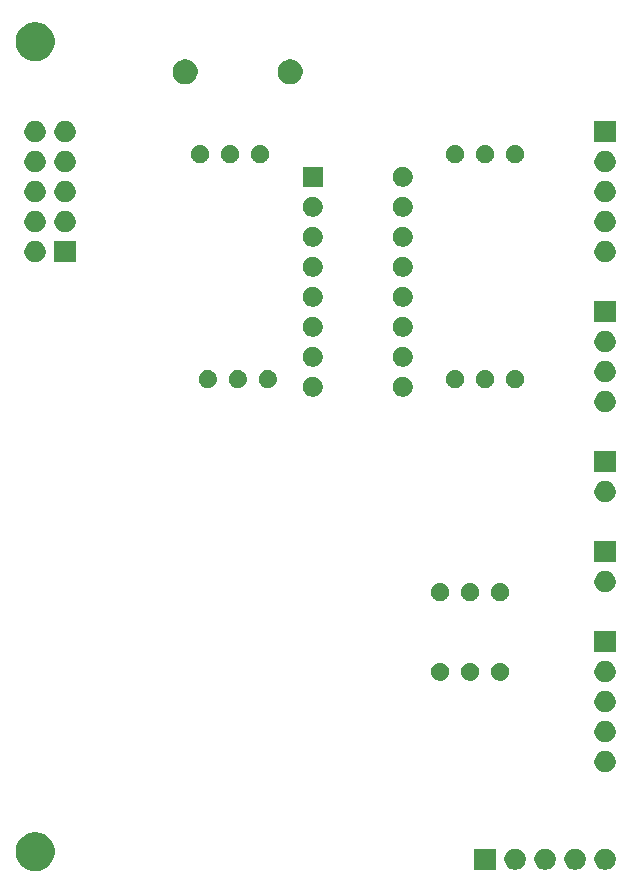
<source format=gbr>
G04 #@! TF.GenerationSoftware,KiCad,Pcbnew,5.1.5-52549c5~84~ubuntu18.04.1*
G04 #@! TF.CreationDate,2020-01-29T17:28:10-05:00*
G04 #@! TF.ProjectId,CEM3340_VCO,43454d33-3334-4305-9f56-434f2e6b6963,rev?*
G04 #@! TF.SameCoordinates,Original*
G04 #@! TF.FileFunction,Soldermask,Bot*
G04 #@! TF.FilePolarity,Negative*
%FSLAX46Y46*%
G04 Gerber Fmt 4.6, Leading zero omitted, Abs format (unit mm)*
G04 Created by KiCad (PCBNEW 5.1.5-52549c5~84~ubuntu18.04.1) date 2020-01-29 17:28:10*
%MOMM*%
%LPD*%
G04 APERTURE LIST*
%ADD10C,0.100000*%
G04 APERTURE END LIST*
D10*
G36*
X81655256Y-122851298D02*
G01*
X81761579Y-122872447D01*
X82062042Y-122996903D01*
X82332451Y-123177585D01*
X82562415Y-123407549D01*
X82562416Y-123407551D01*
X82743098Y-123677960D01*
X82867553Y-123978422D01*
X82931000Y-124297389D01*
X82931000Y-124622611D01*
X82921928Y-124668218D01*
X82867553Y-124941579D01*
X82743097Y-125242042D01*
X82562415Y-125512451D01*
X82332451Y-125742415D01*
X82062042Y-125923097D01*
X81761579Y-126047553D01*
X81655256Y-126068702D01*
X81442611Y-126111000D01*
X81117389Y-126111000D01*
X80904744Y-126068702D01*
X80798421Y-126047553D01*
X80497958Y-125923097D01*
X80227549Y-125742415D01*
X79997585Y-125512451D01*
X79816903Y-125242042D01*
X79692447Y-124941579D01*
X79638072Y-124668218D01*
X79629000Y-124622611D01*
X79629000Y-124297389D01*
X79692447Y-123978422D01*
X79816902Y-123677960D01*
X79997584Y-123407551D01*
X79997585Y-123407549D01*
X80227549Y-123177585D01*
X80497958Y-122996903D01*
X80798421Y-122872447D01*
X80904744Y-122851298D01*
X81117389Y-122809000D01*
X81442611Y-122809000D01*
X81655256Y-122851298D01*
G37*
G36*
X129653512Y-124198927D02*
G01*
X129802812Y-124228624D01*
X129966784Y-124296544D01*
X130114354Y-124395147D01*
X130239853Y-124520646D01*
X130338456Y-124668216D01*
X130406376Y-124832188D01*
X130441000Y-125006259D01*
X130441000Y-125183741D01*
X130406376Y-125357812D01*
X130338456Y-125521784D01*
X130239853Y-125669354D01*
X130114354Y-125794853D01*
X129966784Y-125893456D01*
X129802812Y-125961376D01*
X129653512Y-125991073D01*
X129628742Y-125996000D01*
X129451258Y-125996000D01*
X129426488Y-125991073D01*
X129277188Y-125961376D01*
X129113216Y-125893456D01*
X128965646Y-125794853D01*
X128840147Y-125669354D01*
X128741544Y-125521784D01*
X128673624Y-125357812D01*
X128639000Y-125183741D01*
X128639000Y-125006259D01*
X128673624Y-124832188D01*
X128741544Y-124668216D01*
X128840147Y-124520646D01*
X128965646Y-124395147D01*
X129113216Y-124296544D01*
X129277188Y-124228624D01*
X129426488Y-124198927D01*
X129451258Y-124194000D01*
X129628742Y-124194000D01*
X129653512Y-124198927D01*
G37*
G36*
X120281000Y-125996000D02*
G01*
X118479000Y-125996000D01*
X118479000Y-124194000D01*
X120281000Y-124194000D01*
X120281000Y-125996000D01*
G37*
G36*
X122033512Y-124198927D02*
G01*
X122182812Y-124228624D01*
X122346784Y-124296544D01*
X122494354Y-124395147D01*
X122619853Y-124520646D01*
X122718456Y-124668216D01*
X122786376Y-124832188D01*
X122821000Y-125006259D01*
X122821000Y-125183741D01*
X122786376Y-125357812D01*
X122718456Y-125521784D01*
X122619853Y-125669354D01*
X122494354Y-125794853D01*
X122346784Y-125893456D01*
X122182812Y-125961376D01*
X122033512Y-125991073D01*
X122008742Y-125996000D01*
X121831258Y-125996000D01*
X121806488Y-125991073D01*
X121657188Y-125961376D01*
X121493216Y-125893456D01*
X121345646Y-125794853D01*
X121220147Y-125669354D01*
X121121544Y-125521784D01*
X121053624Y-125357812D01*
X121019000Y-125183741D01*
X121019000Y-125006259D01*
X121053624Y-124832188D01*
X121121544Y-124668216D01*
X121220147Y-124520646D01*
X121345646Y-124395147D01*
X121493216Y-124296544D01*
X121657188Y-124228624D01*
X121806488Y-124198927D01*
X121831258Y-124194000D01*
X122008742Y-124194000D01*
X122033512Y-124198927D01*
G37*
G36*
X127113512Y-124198927D02*
G01*
X127262812Y-124228624D01*
X127426784Y-124296544D01*
X127574354Y-124395147D01*
X127699853Y-124520646D01*
X127798456Y-124668216D01*
X127866376Y-124832188D01*
X127901000Y-125006259D01*
X127901000Y-125183741D01*
X127866376Y-125357812D01*
X127798456Y-125521784D01*
X127699853Y-125669354D01*
X127574354Y-125794853D01*
X127426784Y-125893456D01*
X127262812Y-125961376D01*
X127113512Y-125991073D01*
X127088742Y-125996000D01*
X126911258Y-125996000D01*
X126886488Y-125991073D01*
X126737188Y-125961376D01*
X126573216Y-125893456D01*
X126425646Y-125794853D01*
X126300147Y-125669354D01*
X126201544Y-125521784D01*
X126133624Y-125357812D01*
X126099000Y-125183741D01*
X126099000Y-125006259D01*
X126133624Y-124832188D01*
X126201544Y-124668216D01*
X126300147Y-124520646D01*
X126425646Y-124395147D01*
X126573216Y-124296544D01*
X126737188Y-124228624D01*
X126886488Y-124198927D01*
X126911258Y-124194000D01*
X127088742Y-124194000D01*
X127113512Y-124198927D01*
G37*
G36*
X124573512Y-124198927D02*
G01*
X124722812Y-124228624D01*
X124886784Y-124296544D01*
X125034354Y-124395147D01*
X125159853Y-124520646D01*
X125258456Y-124668216D01*
X125326376Y-124832188D01*
X125361000Y-125006259D01*
X125361000Y-125183741D01*
X125326376Y-125357812D01*
X125258456Y-125521784D01*
X125159853Y-125669354D01*
X125034354Y-125794853D01*
X124886784Y-125893456D01*
X124722812Y-125961376D01*
X124573512Y-125991073D01*
X124548742Y-125996000D01*
X124371258Y-125996000D01*
X124346488Y-125991073D01*
X124197188Y-125961376D01*
X124033216Y-125893456D01*
X123885646Y-125794853D01*
X123760147Y-125669354D01*
X123661544Y-125521784D01*
X123593624Y-125357812D01*
X123559000Y-125183741D01*
X123559000Y-125006259D01*
X123593624Y-124832188D01*
X123661544Y-124668216D01*
X123760147Y-124520646D01*
X123885646Y-124395147D01*
X124033216Y-124296544D01*
X124197188Y-124228624D01*
X124346488Y-124198927D01*
X124371258Y-124194000D01*
X124548742Y-124194000D01*
X124573512Y-124198927D01*
G37*
G36*
X129653512Y-115943927D02*
G01*
X129802812Y-115973624D01*
X129966784Y-116041544D01*
X130114354Y-116140147D01*
X130239853Y-116265646D01*
X130338456Y-116413216D01*
X130406376Y-116577188D01*
X130441000Y-116751259D01*
X130441000Y-116928741D01*
X130406376Y-117102812D01*
X130338456Y-117266784D01*
X130239853Y-117414354D01*
X130114354Y-117539853D01*
X129966784Y-117638456D01*
X129802812Y-117706376D01*
X129653512Y-117736073D01*
X129628742Y-117741000D01*
X129451258Y-117741000D01*
X129426488Y-117736073D01*
X129277188Y-117706376D01*
X129113216Y-117638456D01*
X128965646Y-117539853D01*
X128840147Y-117414354D01*
X128741544Y-117266784D01*
X128673624Y-117102812D01*
X128639000Y-116928741D01*
X128639000Y-116751259D01*
X128673624Y-116577188D01*
X128741544Y-116413216D01*
X128840147Y-116265646D01*
X128965646Y-116140147D01*
X129113216Y-116041544D01*
X129277188Y-115973624D01*
X129426488Y-115943927D01*
X129451258Y-115939000D01*
X129628742Y-115939000D01*
X129653512Y-115943927D01*
G37*
G36*
X129653512Y-113403927D02*
G01*
X129802812Y-113433624D01*
X129966784Y-113501544D01*
X130114354Y-113600147D01*
X130239853Y-113725646D01*
X130338456Y-113873216D01*
X130406376Y-114037188D01*
X130441000Y-114211259D01*
X130441000Y-114388741D01*
X130406376Y-114562812D01*
X130338456Y-114726784D01*
X130239853Y-114874354D01*
X130114354Y-114999853D01*
X129966784Y-115098456D01*
X129802812Y-115166376D01*
X129653512Y-115196073D01*
X129628742Y-115201000D01*
X129451258Y-115201000D01*
X129426488Y-115196073D01*
X129277188Y-115166376D01*
X129113216Y-115098456D01*
X128965646Y-114999853D01*
X128840147Y-114874354D01*
X128741544Y-114726784D01*
X128673624Y-114562812D01*
X128639000Y-114388741D01*
X128639000Y-114211259D01*
X128673624Y-114037188D01*
X128741544Y-113873216D01*
X128840147Y-113725646D01*
X128965646Y-113600147D01*
X129113216Y-113501544D01*
X129277188Y-113433624D01*
X129426488Y-113403927D01*
X129451258Y-113399000D01*
X129628742Y-113399000D01*
X129653512Y-113403927D01*
G37*
G36*
X129653512Y-110863927D02*
G01*
X129802812Y-110893624D01*
X129966784Y-110961544D01*
X130114354Y-111060147D01*
X130239853Y-111185646D01*
X130338456Y-111333216D01*
X130406376Y-111497188D01*
X130441000Y-111671259D01*
X130441000Y-111848741D01*
X130406376Y-112022812D01*
X130338456Y-112186784D01*
X130239853Y-112334354D01*
X130114354Y-112459853D01*
X129966784Y-112558456D01*
X129802812Y-112626376D01*
X129653512Y-112656073D01*
X129628742Y-112661000D01*
X129451258Y-112661000D01*
X129426488Y-112656073D01*
X129277188Y-112626376D01*
X129113216Y-112558456D01*
X128965646Y-112459853D01*
X128840147Y-112334354D01*
X128741544Y-112186784D01*
X128673624Y-112022812D01*
X128639000Y-111848741D01*
X128639000Y-111671259D01*
X128673624Y-111497188D01*
X128741544Y-111333216D01*
X128840147Y-111185646D01*
X128965646Y-111060147D01*
X129113216Y-110961544D01*
X129277188Y-110893624D01*
X129426488Y-110863927D01*
X129451258Y-110859000D01*
X129628742Y-110859000D01*
X129653512Y-110863927D01*
G37*
G36*
X129653512Y-108323927D02*
G01*
X129802812Y-108353624D01*
X129966784Y-108421544D01*
X130114354Y-108520147D01*
X130239853Y-108645646D01*
X130338456Y-108793216D01*
X130406376Y-108957188D01*
X130441000Y-109131259D01*
X130441000Y-109308741D01*
X130406376Y-109482812D01*
X130338456Y-109646784D01*
X130239853Y-109794354D01*
X130114354Y-109919853D01*
X129966784Y-110018456D01*
X129802812Y-110086376D01*
X129653512Y-110116073D01*
X129628742Y-110121000D01*
X129451258Y-110121000D01*
X129426488Y-110116073D01*
X129277188Y-110086376D01*
X129113216Y-110018456D01*
X128965646Y-109919853D01*
X128840147Y-109794354D01*
X128741544Y-109646784D01*
X128673624Y-109482812D01*
X128639000Y-109308741D01*
X128639000Y-109131259D01*
X128673624Y-108957188D01*
X128741544Y-108793216D01*
X128840147Y-108645646D01*
X128965646Y-108520147D01*
X129113216Y-108421544D01*
X129277188Y-108353624D01*
X129426488Y-108323927D01*
X129451258Y-108319000D01*
X129628742Y-108319000D01*
X129653512Y-108323927D01*
G37*
G36*
X118235589Y-108458876D02*
G01*
X118334893Y-108478629D01*
X118475206Y-108536748D01*
X118601484Y-108621125D01*
X118708875Y-108728516D01*
X118793252Y-108854794D01*
X118851371Y-108995107D01*
X118881000Y-109144063D01*
X118881000Y-109295937D01*
X118851371Y-109444893D01*
X118793252Y-109585206D01*
X118708875Y-109711484D01*
X118601484Y-109818875D01*
X118475206Y-109903252D01*
X118334893Y-109961371D01*
X118235589Y-109981124D01*
X118185938Y-109991000D01*
X118034062Y-109991000D01*
X117984411Y-109981124D01*
X117885107Y-109961371D01*
X117744794Y-109903252D01*
X117618516Y-109818875D01*
X117511125Y-109711484D01*
X117426748Y-109585206D01*
X117368629Y-109444893D01*
X117339000Y-109295937D01*
X117339000Y-109144063D01*
X117368629Y-108995107D01*
X117426748Y-108854794D01*
X117511125Y-108728516D01*
X117618516Y-108621125D01*
X117744794Y-108536748D01*
X117885107Y-108478629D01*
X117984411Y-108458876D01*
X118034062Y-108449000D01*
X118185938Y-108449000D01*
X118235589Y-108458876D01*
G37*
G36*
X120775589Y-108458876D02*
G01*
X120874893Y-108478629D01*
X121015206Y-108536748D01*
X121141484Y-108621125D01*
X121248875Y-108728516D01*
X121333252Y-108854794D01*
X121391371Y-108995107D01*
X121421000Y-109144063D01*
X121421000Y-109295937D01*
X121391371Y-109444893D01*
X121333252Y-109585206D01*
X121248875Y-109711484D01*
X121141484Y-109818875D01*
X121015206Y-109903252D01*
X120874893Y-109961371D01*
X120775589Y-109981124D01*
X120725938Y-109991000D01*
X120574062Y-109991000D01*
X120524411Y-109981124D01*
X120425107Y-109961371D01*
X120284794Y-109903252D01*
X120158516Y-109818875D01*
X120051125Y-109711484D01*
X119966748Y-109585206D01*
X119908629Y-109444893D01*
X119879000Y-109295937D01*
X119879000Y-109144063D01*
X119908629Y-108995107D01*
X119966748Y-108854794D01*
X120051125Y-108728516D01*
X120158516Y-108621125D01*
X120284794Y-108536748D01*
X120425107Y-108478629D01*
X120524411Y-108458876D01*
X120574062Y-108449000D01*
X120725938Y-108449000D01*
X120775589Y-108458876D01*
G37*
G36*
X115695589Y-108458876D02*
G01*
X115794893Y-108478629D01*
X115935206Y-108536748D01*
X116061484Y-108621125D01*
X116168875Y-108728516D01*
X116253252Y-108854794D01*
X116311371Y-108995107D01*
X116341000Y-109144063D01*
X116341000Y-109295937D01*
X116311371Y-109444893D01*
X116253252Y-109585206D01*
X116168875Y-109711484D01*
X116061484Y-109818875D01*
X115935206Y-109903252D01*
X115794893Y-109961371D01*
X115695589Y-109981124D01*
X115645938Y-109991000D01*
X115494062Y-109991000D01*
X115444411Y-109981124D01*
X115345107Y-109961371D01*
X115204794Y-109903252D01*
X115078516Y-109818875D01*
X114971125Y-109711484D01*
X114886748Y-109585206D01*
X114828629Y-109444893D01*
X114799000Y-109295937D01*
X114799000Y-109144063D01*
X114828629Y-108995107D01*
X114886748Y-108854794D01*
X114971125Y-108728516D01*
X115078516Y-108621125D01*
X115204794Y-108536748D01*
X115345107Y-108478629D01*
X115444411Y-108458876D01*
X115494062Y-108449000D01*
X115645938Y-108449000D01*
X115695589Y-108458876D01*
G37*
G36*
X130441000Y-107581000D02*
G01*
X128639000Y-107581000D01*
X128639000Y-105779000D01*
X130441000Y-105779000D01*
X130441000Y-107581000D01*
G37*
G36*
X115695589Y-101727876D02*
G01*
X115794893Y-101747629D01*
X115935206Y-101805748D01*
X116061484Y-101890125D01*
X116168875Y-101997516D01*
X116253252Y-102123794D01*
X116311371Y-102264107D01*
X116341000Y-102413063D01*
X116341000Y-102564937D01*
X116311371Y-102713893D01*
X116253252Y-102854206D01*
X116168875Y-102980484D01*
X116061484Y-103087875D01*
X115935206Y-103172252D01*
X115794893Y-103230371D01*
X115695589Y-103250124D01*
X115645938Y-103260000D01*
X115494062Y-103260000D01*
X115444411Y-103250124D01*
X115345107Y-103230371D01*
X115204794Y-103172252D01*
X115078516Y-103087875D01*
X114971125Y-102980484D01*
X114886748Y-102854206D01*
X114828629Y-102713893D01*
X114799000Y-102564937D01*
X114799000Y-102413063D01*
X114828629Y-102264107D01*
X114886748Y-102123794D01*
X114971125Y-101997516D01*
X115078516Y-101890125D01*
X115204794Y-101805748D01*
X115345107Y-101747629D01*
X115444411Y-101727876D01*
X115494062Y-101718000D01*
X115645938Y-101718000D01*
X115695589Y-101727876D01*
G37*
G36*
X120775589Y-101727876D02*
G01*
X120874893Y-101747629D01*
X121015206Y-101805748D01*
X121141484Y-101890125D01*
X121248875Y-101997516D01*
X121333252Y-102123794D01*
X121391371Y-102264107D01*
X121421000Y-102413063D01*
X121421000Y-102564937D01*
X121391371Y-102713893D01*
X121333252Y-102854206D01*
X121248875Y-102980484D01*
X121141484Y-103087875D01*
X121015206Y-103172252D01*
X120874893Y-103230371D01*
X120775589Y-103250124D01*
X120725938Y-103260000D01*
X120574062Y-103260000D01*
X120524411Y-103250124D01*
X120425107Y-103230371D01*
X120284794Y-103172252D01*
X120158516Y-103087875D01*
X120051125Y-102980484D01*
X119966748Y-102854206D01*
X119908629Y-102713893D01*
X119879000Y-102564937D01*
X119879000Y-102413063D01*
X119908629Y-102264107D01*
X119966748Y-102123794D01*
X120051125Y-101997516D01*
X120158516Y-101890125D01*
X120284794Y-101805748D01*
X120425107Y-101747629D01*
X120524411Y-101727876D01*
X120574062Y-101718000D01*
X120725938Y-101718000D01*
X120775589Y-101727876D01*
G37*
G36*
X118235589Y-101727876D02*
G01*
X118334893Y-101747629D01*
X118475206Y-101805748D01*
X118601484Y-101890125D01*
X118708875Y-101997516D01*
X118793252Y-102123794D01*
X118851371Y-102264107D01*
X118881000Y-102413063D01*
X118881000Y-102564937D01*
X118851371Y-102713893D01*
X118793252Y-102854206D01*
X118708875Y-102980484D01*
X118601484Y-103087875D01*
X118475206Y-103172252D01*
X118334893Y-103230371D01*
X118235589Y-103250124D01*
X118185938Y-103260000D01*
X118034062Y-103260000D01*
X117984411Y-103250124D01*
X117885107Y-103230371D01*
X117744794Y-103172252D01*
X117618516Y-103087875D01*
X117511125Y-102980484D01*
X117426748Y-102854206D01*
X117368629Y-102713893D01*
X117339000Y-102564937D01*
X117339000Y-102413063D01*
X117368629Y-102264107D01*
X117426748Y-102123794D01*
X117511125Y-101997516D01*
X117618516Y-101890125D01*
X117744794Y-101805748D01*
X117885107Y-101747629D01*
X117984411Y-101727876D01*
X118034062Y-101718000D01*
X118185938Y-101718000D01*
X118235589Y-101727876D01*
G37*
G36*
X129653512Y-100703927D02*
G01*
X129802812Y-100733624D01*
X129966784Y-100801544D01*
X130114354Y-100900147D01*
X130239853Y-101025646D01*
X130338456Y-101173216D01*
X130406376Y-101337188D01*
X130441000Y-101511259D01*
X130441000Y-101688741D01*
X130406376Y-101862812D01*
X130338456Y-102026784D01*
X130239853Y-102174354D01*
X130114354Y-102299853D01*
X129966784Y-102398456D01*
X129802812Y-102466376D01*
X129653512Y-102496073D01*
X129628742Y-102501000D01*
X129451258Y-102501000D01*
X129426488Y-102496073D01*
X129277188Y-102466376D01*
X129113216Y-102398456D01*
X128965646Y-102299853D01*
X128840147Y-102174354D01*
X128741544Y-102026784D01*
X128673624Y-101862812D01*
X128639000Y-101688741D01*
X128639000Y-101511259D01*
X128673624Y-101337188D01*
X128741544Y-101173216D01*
X128840147Y-101025646D01*
X128965646Y-100900147D01*
X129113216Y-100801544D01*
X129277188Y-100733624D01*
X129426488Y-100703927D01*
X129451258Y-100699000D01*
X129628742Y-100699000D01*
X129653512Y-100703927D01*
G37*
G36*
X130441000Y-99961000D02*
G01*
X128639000Y-99961000D01*
X128639000Y-98159000D01*
X130441000Y-98159000D01*
X130441000Y-99961000D01*
G37*
G36*
X129653512Y-93083927D02*
G01*
X129802812Y-93113624D01*
X129966784Y-93181544D01*
X130114354Y-93280147D01*
X130239853Y-93405646D01*
X130338456Y-93553216D01*
X130406376Y-93717188D01*
X130441000Y-93891259D01*
X130441000Y-94068741D01*
X130406376Y-94242812D01*
X130338456Y-94406784D01*
X130239853Y-94554354D01*
X130114354Y-94679853D01*
X129966784Y-94778456D01*
X129802812Y-94846376D01*
X129653512Y-94876073D01*
X129628742Y-94881000D01*
X129451258Y-94881000D01*
X129426488Y-94876073D01*
X129277188Y-94846376D01*
X129113216Y-94778456D01*
X128965646Y-94679853D01*
X128840147Y-94554354D01*
X128741544Y-94406784D01*
X128673624Y-94242812D01*
X128639000Y-94068741D01*
X128639000Y-93891259D01*
X128673624Y-93717188D01*
X128741544Y-93553216D01*
X128840147Y-93405646D01*
X128965646Y-93280147D01*
X129113216Y-93181544D01*
X129277188Y-93113624D01*
X129426488Y-93083927D01*
X129451258Y-93079000D01*
X129628742Y-93079000D01*
X129653512Y-93083927D01*
G37*
G36*
X130441000Y-92341000D02*
G01*
X128639000Y-92341000D01*
X128639000Y-90539000D01*
X130441000Y-90539000D01*
X130441000Y-92341000D01*
G37*
G36*
X129653512Y-85463927D02*
G01*
X129802812Y-85493624D01*
X129966784Y-85561544D01*
X130114354Y-85660147D01*
X130239853Y-85785646D01*
X130338456Y-85933216D01*
X130406376Y-86097188D01*
X130441000Y-86271259D01*
X130441000Y-86448741D01*
X130406376Y-86622812D01*
X130338456Y-86786784D01*
X130239853Y-86934354D01*
X130114354Y-87059853D01*
X129966784Y-87158456D01*
X129802812Y-87226376D01*
X129653512Y-87256073D01*
X129628742Y-87261000D01*
X129451258Y-87261000D01*
X129426488Y-87256073D01*
X129277188Y-87226376D01*
X129113216Y-87158456D01*
X128965646Y-87059853D01*
X128840147Y-86934354D01*
X128741544Y-86786784D01*
X128673624Y-86622812D01*
X128639000Y-86448741D01*
X128639000Y-86271259D01*
X128673624Y-86097188D01*
X128741544Y-85933216D01*
X128840147Y-85785646D01*
X128965646Y-85660147D01*
X129113216Y-85561544D01*
X129277188Y-85493624D01*
X129426488Y-85463927D01*
X129451258Y-85459000D01*
X129628742Y-85459000D01*
X129653512Y-85463927D01*
G37*
G36*
X112643228Y-84271703D02*
G01*
X112798100Y-84335853D01*
X112937481Y-84428985D01*
X113056015Y-84547519D01*
X113149147Y-84686900D01*
X113213297Y-84841772D01*
X113246000Y-85006184D01*
X113246000Y-85173816D01*
X113213297Y-85338228D01*
X113149147Y-85493100D01*
X113056015Y-85632481D01*
X112937481Y-85751015D01*
X112798100Y-85844147D01*
X112643228Y-85908297D01*
X112478816Y-85941000D01*
X112311184Y-85941000D01*
X112146772Y-85908297D01*
X111991900Y-85844147D01*
X111852519Y-85751015D01*
X111733985Y-85632481D01*
X111640853Y-85493100D01*
X111576703Y-85338228D01*
X111544000Y-85173816D01*
X111544000Y-85006184D01*
X111576703Y-84841772D01*
X111640853Y-84686900D01*
X111733985Y-84547519D01*
X111852519Y-84428985D01*
X111991900Y-84335853D01*
X112146772Y-84271703D01*
X112311184Y-84239000D01*
X112478816Y-84239000D01*
X112643228Y-84271703D01*
G37*
G36*
X105023228Y-84271703D02*
G01*
X105178100Y-84335853D01*
X105317481Y-84428985D01*
X105436015Y-84547519D01*
X105529147Y-84686900D01*
X105593297Y-84841772D01*
X105626000Y-85006184D01*
X105626000Y-85173816D01*
X105593297Y-85338228D01*
X105529147Y-85493100D01*
X105436015Y-85632481D01*
X105317481Y-85751015D01*
X105178100Y-85844147D01*
X105023228Y-85908297D01*
X104858816Y-85941000D01*
X104691184Y-85941000D01*
X104526772Y-85908297D01*
X104371900Y-85844147D01*
X104232519Y-85751015D01*
X104113985Y-85632481D01*
X104020853Y-85493100D01*
X103956703Y-85338228D01*
X103924000Y-85173816D01*
X103924000Y-85006184D01*
X103956703Y-84841772D01*
X104020853Y-84686900D01*
X104113985Y-84547519D01*
X104232519Y-84428985D01*
X104371900Y-84335853D01*
X104526772Y-84271703D01*
X104691184Y-84239000D01*
X104858816Y-84239000D01*
X105023228Y-84271703D01*
G37*
G36*
X116965589Y-83693876D02*
G01*
X117064893Y-83713629D01*
X117205206Y-83771748D01*
X117331484Y-83856125D01*
X117438875Y-83963516D01*
X117523252Y-84089794D01*
X117581371Y-84230107D01*
X117581371Y-84230109D01*
X117611000Y-84379062D01*
X117611000Y-84530938D01*
X117601124Y-84580589D01*
X117581371Y-84679893D01*
X117523252Y-84820206D01*
X117438875Y-84946484D01*
X117331484Y-85053875D01*
X117205206Y-85138252D01*
X117064893Y-85196371D01*
X116965589Y-85216124D01*
X116915938Y-85226000D01*
X116764062Y-85226000D01*
X116714411Y-85216124D01*
X116615107Y-85196371D01*
X116474794Y-85138252D01*
X116348516Y-85053875D01*
X116241125Y-84946484D01*
X116156748Y-84820206D01*
X116098629Y-84679893D01*
X116078876Y-84580589D01*
X116069000Y-84530938D01*
X116069000Y-84379062D01*
X116098629Y-84230109D01*
X116098629Y-84230107D01*
X116156748Y-84089794D01*
X116241125Y-83963516D01*
X116348516Y-83856125D01*
X116474794Y-83771748D01*
X116615107Y-83713629D01*
X116714411Y-83693876D01*
X116764062Y-83684000D01*
X116915938Y-83684000D01*
X116965589Y-83693876D01*
G37*
G36*
X119505589Y-83693876D02*
G01*
X119604893Y-83713629D01*
X119745206Y-83771748D01*
X119871484Y-83856125D01*
X119978875Y-83963516D01*
X120063252Y-84089794D01*
X120121371Y-84230107D01*
X120121371Y-84230109D01*
X120151000Y-84379062D01*
X120151000Y-84530938D01*
X120141124Y-84580589D01*
X120121371Y-84679893D01*
X120063252Y-84820206D01*
X119978875Y-84946484D01*
X119871484Y-85053875D01*
X119745206Y-85138252D01*
X119604893Y-85196371D01*
X119505589Y-85216124D01*
X119455938Y-85226000D01*
X119304062Y-85226000D01*
X119254411Y-85216124D01*
X119155107Y-85196371D01*
X119014794Y-85138252D01*
X118888516Y-85053875D01*
X118781125Y-84946484D01*
X118696748Y-84820206D01*
X118638629Y-84679893D01*
X118618876Y-84580589D01*
X118609000Y-84530938D01*
X118609000Y-84379062D01*
X118638629Y-84230109D01*
X118638629Y-84230107D01*
X118696748Y-84089794D01*
X118781125Y-83963516D01*
X118888516Y-83856125D01*
X119014794Y-83771748D01*
X119155107Y-83713629D01*
X119254411Y-83693876D01*
X119304062Y-83684000D01*
X119455938Y-83684000D01*
X119505589Y-83693876D01*
G37*
G36*
X122045589Y-83693876D02*
G01*
X122144893Y-83713629D01*
X122285206Y-83771748D01*
X122411484Y-83856125D01*
X122518875Y-83963516D01*
X122603252Y-84089794D01*
X122661371Y-84230107D01*
X122661371Y-84230109D01*
X122691000Y-84379062D01*
X122691000Y-84530938D01*
X122681124Y-84580589D01*
X122661371Y-84679893D01*
X122603252Y-84820206D01*
X122518875Y-84946484D01*
X122411484Y-85053875D01*
X122285206Y-85138252D01*
X122144893Y-85196371D01*
X122045589Y-85216124D01*
X121995938Y-85226000D01*
X121844062Y-85226000D01*
X121794411Y-85216124D01*
X121695107Y-85196371D01*
X121554794Y-85138252D01*
X121428516Y-85053875D01*
X121321125Y-84946484D01*
X121236748Y-84820206D01*
X121178629Y-84679893D01*
X121158876Y-84580589D01*
X121149000Y-84530938D01*
X121149000Y-84379062D01*
X121178629Y-84230109D01*
X121178629Y-84230107D01*
X121236748Y-84089794D01*
X121321125Y-83963516D01*
X121428516Y-83856125D01*
X121554794Y-83771748D01*
X121695107Y-83713629D01*
X121794411Y-83693876D01*
X121844062Y-83684000D01*
X121995938Y-83684000D01*
X122045589Y-83693876D01*
G37*
G36*
X98550589Y-83693876D02*
G01*
X98649893Y-83713629D01*
X98790206Y-83771748D01*
X98916484Y-83856125D01*
X99023875Y-83963516D01*
X99108252Y-84089794D01*
X99166371Y-84230107D01*
X99166371Y-84230109D01*
X99196000Y-84379062D01*
X99196000Y-84530938D01*
X99186124Y-84580589D01*
X99166371Y-84679893D01*
X99108252Y-84820206D01*
X99023875Y-84946484D01*
X98916484Y-85053875D01*
X98790206Y-85138252D01*
X98649893Y-85196371D01*
X98550589Y-85216124D01*
X98500938Y-85226000D01*
X98349062Y-85226000D01*
X98299411Y-85216124D01*
X98200107Y-85196371D01*
X98059794Y-85138252D01*
X97933516Y-85053875D01*
X97826125Y-84946484D01*
X97741748Y-84820206D01*
X97683629Y-84679893D01*
X97663876Y-84580589D01*
X97654000Y-84530938D01*
X97654000Y-84379062D01*
X97683629Y-84230109D01*
X97683629Y-84230107D01*
X97741748Y-84089794D01*
X97826125Y-83963516D01*
X97933516Y-83856125D01*
X98059794Y-83771748D01*
X98200107Y-83713629D01*
X98299411Y-83693876D01*
X98349062Y-83684000D01*
X98500938Y-83684000D01*
X98550589Y-83693876D01*
G37*
G36*
X101090589Y-83693876D02*
G01*
X101189893Y-83713629D01*
X101330206Y-83771748D01*
X101456484Y-83856125D01*
X101563875Y-83963516D01*
X101648252Y-84089794D01*
X101706371Y-84230107D01*
X101706371Y-84230109D01*
X101736000Y-84379062D01*
X101736000Y-84530938D01*
X101726124Y-84580589D01*
X101706371Y-84679893D01*
X101648252Y-84820206D01*
X101563875Y-84946484D01*
X101456484Y-85053875D01*
X101330206Y-85138252D01*
X101189893Y-85196371D01*
X101090589Y-85216124D01*
X101040938Y-85226000D01*
X100889062Y-85226000D01*
X100839411Y-85216124D01*
X100740107Y-85196371D01*
X100599794Y-85138252D01*
X100473516Y-85053875D01*
X100366125Y-84946484D01*
X100281748Y-84820206D01*
X100223629Y-84679893D01*
X100203876Y-84580589D01*
X100194000Y-84530938D01*
X100194000Y-84379062D01*
X100223629Y-84230109D01*
X100223629Y-84230107D01*
X100281748Y-84089794D01*
X100366125Y-83963516D01*
X100473516Y-83856125D01*
X100599794Y-83771748D01*
X100740107Y-83713629D01*
X100839411Y-83693876D01*
X100889062Y-83684000D01*
X101040938Y-83684000D01*
X101090589Y-83693876D01*
G37*
G36*
X96010589Y-83693876D02*
G01*
X96109893Y-83713629D01*
X96250206Y-83771748D01*
X96376484Y-83856125D01*
X96483875Y-83963516D01*
X96568252Y-84089794D01*
X96626371Y-84230107D01*
X96626371Y-84230109D01*
X96656000Y-84379062D01*
X96656000Y-84530938D01*
X96646124Y-84580589D01*
X96626371Y-84679893D01*
X96568252Y-84820206D01*
X96483875Y-84946484D01*
X96376484Y-85053875D01*
X96250206Y-85138252D01*
X96109893Y-85196371D01*
X96010589Y-85216124D01*
X95960938Y-85226000D01*
X95809062Y-85226000D01*
X95759411Y-85216124D01*
X95660107Y-85196371D01*
X95519794Y-85138252D01*
X95393516Y-85053875D01*
X95286125Y-84946484D01*
X95201748Y-84820206D01*
X95143629Y-84679893D01*
X95123876Y-84580589D01*
X95114000Y-84530938D01*
X95114000Y-84379062D01*
X95143629Y-84230109D01*
X95143629Y-84230107D01*
X95201748Y-84089794D01*
X95286125Y-83963516D01*
X95393516Y-83856125D01*
X95519794Y-83771748D01*
X95660107Y-83713629D01*
X95759411Y-83693876D01*
X95809062Y-83684000D01*
X95960938Y-83684000D01*
X96010589Y-83693876D01*
G37*
G36*
X129653512Y-82923927D02*
G01*
X129802812Y-82953624D01*
X129966784Y-83021544D01*
X130114354Y-83120147D01*
X130239853Y-83245646D01*
X130338456Y-83393216D01*
X130406376Y-83557188D01*
X130441000Y-83731259D01*
X130441000Y-83908741D01*
X130406376Y-84082812D01*
X130338456Y-84246784D01*
X130239853Y-84394354D01*
X130114354Y-84519853D01*
X129966784Y-84618456D01*
X129802812Y-84686376D01*
X129653512Y-84716073D01*
X129628742Y-84721000D01*
X129451258Y-84721000D01*
X129426488Y-84716073D01*
X129277188Y-84686376D01*
X129113216Y-84618456D01*
X128965646Y-84519853D01*
X128840147Y-84394354D01*
X128741544Y-84246784D01*
X128673624Y-84082812D01*
X128639000Y-83908741D01*
X128639000Y-83731259D01*
X128673624Y-83557188D01*
X128741544Y-83393216D01*
X128840147Y-83245646D01*
X128965646Y-83120147D01*
X129113216Y-83021544D01*
X129277188Y-82953624D01*
X129426488Y-82923927D01*
X129451258Y-82919000D01*
X129628742Y-82919000D01*
X129653512Y-82923927D01*
G37*
G36*
X105023228Y-81731703D02*
G01*
X105178100Y-81795853D01*
X105317481Y-81888985D01*
X105436015Y-82007519D01*
X105529147Y-82146900D01*
X105593297Y-82301772D01*
X105626000Y-82466184D01*
X105626000Y-82633816D01*
X105593297Y-82798228D01*
X105529147Y-82953100D01*
X105436015Y-83092481D01*
X105317481Y-83211015D01*
X105178100Y-83304147D01*
X105023228Y-83368297D01*
X104858816Y-83401000D01*
X104691184Y-83401000D01*
X104526772Y-83368297D01*
X104371900Y-83304147D01*
X104232519Y-83211015D01*
X104113985Y-83092481D01*
X104020853Y-82953100D01*
X103956703Y-82798228D01*
X103924000Y-82633816D01*
X103924000Y-82466184D01*
X103956703Y-82301772D01*
X104020853Y-82146900D01*
X104113985Y-82007519D01*
X104232519Y-81888985D01*
X104371900Y-81795853D01*
X104526772Y-81731703D01*
X104691184Y-81699000D01*
X104858816Y-81699000D01*
X105023228Y-81731703D01*
G37*
G36*
X112643228Y-81731703D02*
G01*
X112798100Y-81795853D01*
X112937481Y-81888985D01*
X113056015Y-82007519D01*
X113149147Y-82146900D01*
X113213297Y-82301772D01*
X113246000Y-82466184D01*
X113246000Y-82633816D01*
X113213297Y-82798228D01*
X113149147Y-82953100D01*
X113056015Y-83092481D01*
X112937481Y-83211015D01*
X112798100Y-83304147D01*
X112643228Y-83368297D01*
X112478816Y-83401000D01*
X112311184Y-83401000D01*
X112146772Y-83368297D01*
X111991900Y-83304147D01*
X111852519Y-83211015D01*
X111733985Y-83092481D01*
X111640853Y-82953100D01*
X111576703Y-82798228D01*
X111544000Y-82633816D01*
X111544000Y-82466184D01*
X111576703Y-82301772D01*
X111640853Y-82146900D01*
X111733985Y-82007519D01*
X111852519Y-81888985D01*
X111991900Y-81795853D01*
X112146772Y-81731703D01*
X112311184Y-81699000D01*
X112478816Y-81699000D01*
X112643228Y-81731703D01*
G37*
G36*
X129653512Y-80383927D02*
G01*
X129802812Y-80413624D01*
X129966784Y-80481544D01*
X130114354Y-80580147D01*
X130239853Y-80705646D01*
X130338456Y-80853216D01*
X130406376Y-81017188D01*
X130441000Y-81191259D01*
X130441000Y-81368741D01*
X130406376Y-81542812D01*
X130338456Y-81706784D01*
X130239853Y-81854354D01*
X130114354Y-81979853D01*
X129966784Y-82078456D01*
X129802812Y-82146376D01*
X129653512Y-82176073D01*
X129628742Y-82181000D01*
X129451258Y-82181000D01*
X129426488Y-82176073D01*
X129277188Y-82146376D01*
X129113216Y-82078456D01*
X128965646Y-81979853D01*
X128840147Y-81854354D01*
X128741544Y-81706784D01*
X128673624Y-81542812D01*
X128639000Y-81368741D01*
X128639000Y-81191259D01*
X128673624Y-81017188D01*
X128741544Y-80853216D01*
X128840147Y-80705646D01*
X128965646Y-80580147D01*
X129113216Y-80481544D01*
X129277188Y-80413624D01*
X129426488Y-80383927D01*
X129451258Y-80379000D01*
X129628742Y-80379000D01*
X129653512Y-80383927D01*
G37*
G36*
X105023228Y-79191703D02*
G01*
X105178100Y-79255853D01*
X105317481Y-79348985D01*
X105436015Y-79467519D01*
X105529147Y-79606900D01*
X105593297Y-79761772D01*
X105626000Y-79926184D01*
X105626000Y-80093816D01*
X105593297Y-80258228D01*
X105529147Y-80413100D01*
X105436015Y-80552481D01*
X105317481Y-80671015D01*
X105178100Y-80764147D01*
X105023228Y-80828297D01*
X104858816Y-80861000D01*
X104691184Y-80861000D01*
X104526772Y-80828297D01*
X104371900Y-80764147D01*
X104232519Y-80671015D01*
X104113985Y-80552481D01*
X104020853Y-80413100D01*
X103956703Y-80258228D01*
X103924000Y-80093816D01*
X103924000Y-79926184D01*
X103956703Y-79761772D01*
X104020853Y-79606900D01*
X104113985Y-79467519D01*
X104232519Y-79348985D01*
X104371900Y-79255853D01*
X104526772Y-79191703D01*
X104691184Y-79159000D01*
X104858816Y-79159000D01*
X105023228Y-79191703D01*
G37*
G36*
X112643228Y-79191703D02*
G01*
X112798100Y-79255853D01*
X112937481Y-79348985D01*
X113056015Y-79467519D01*
X113149147Y-79606900D01*
X113213297Y-79761772D01*
X113246000Y-79926184D01*
X113246000Y-80093816D01*
X113213297Y-80258228D01*
X113149147Y-80413100D01*
X113056015Y-80552481D01*
X112937481Y-80671015D01*
X112798100Y-80764147D01*
X112643228Y-80828297D01*
X112478816Y-80861000D01*
X112311184Y-80861000D01*
X112146772Y-80828297D01*
X111991900Y-80764147D01*
X111852519Y-80671015D01*
X111733985Y-80552481D01*
X111640853Y-80413100D01*
X111576703Y-80258228D01*
X111544000Y-80093816D01*
X111544000Y-79926184D01*
X111576703Y-79761772D01*
X111640853Y-79606900D01*
X111733985Y-79467519D01*
X111852519Y-79348985D01*
X111991900Y-79255853D01*
X112146772Y-79191703D01*
X112311184Y-79159000D01*
X112478816Y-79159000D01*
X112643228Y-79191703D01*
G37*
G36*
X130441000Y-79641000D02*
G01*
X128639000Y-79641000D01*
X128639000Y-77839000D01*
X130441000Y-77839000D01*
X130441000Y-79641000D01*
G37*
G36*
X105023228Y-76651703D02*
G01*
X105178100Y-76715853D01*
X105317481Y-76808985D01*
X105436015Y-76927519D01*
X105529147Y-77066900D01*
X105593297Y-77221772D01*
X105626000Y-77386184D01*
X105626000Y-77553816D01*
X105593297Y-77718228D01*
X105529147Y-77873100D01*
X105436015Y-78012481D01*
X105317481Y-78131015D01*
X105178100Y-78224147D01*
X105023228Y-78288297D01*
X104858816Y-78321000D01*
X104691184Y-78321000D01*
X104526772Y-78288297D01*
X104371900Y-78224147D01*
X104232519Y-78131015D01*
X104113985Y-78012481D01*
X104020853Y-77873100D01*
X103956703Y-77718228D01*
X103924000Y-77553816D01*
X103924000Y-77386184D01*
X103956703Y-77221772D01*
X104020853Y-77066900D01*
X104113985Y-76927519D01*
X104232519Y-76808985D01*
X104371900Y-76715853D01*
X104526772Y-76651703D01*
X104691184Y-76619000D01*
X104858816Y-76619000D01*
X105023228Y-76651703D01*
G37*
G36*
X112643228Y-76651703D02*
G01*
X112798100Y-76715853D01*
X112937481Y-76808985D01*
X113056015Y-76927519D01*
X113149147Y-77066900D01*
X113213297Y-77221772D01*
X113246000Y-77386184D01*
X113246000Y-77553816D01*
X113213297Y-77718228D01*
X113149147Y-77873100D01*
X113056015Y-78012481D01*
X112937481Y-78131015D01*
X112798100Y-78224147D01*
X112643228Y-78288297D01*
X112478816Y-78321000D01*
X112311184Y-78321000D01*
X112146772Y-78288297D01*
X111991900Y-78224147D01*
X111852519Y-78131015D01*
X111733985Y-78012481D01*
X111640853Y-77873100D01*
X111576703Y-77718228D01*
X111544000Y-77553816D01*
X111544000Y-77386184D01*
X111576703Y-77221772D01*
X111640853Y-77066900D01*
X111733985Y-76927519D01*
X111852519Y-76808985D01*
X111991900Y-76715853D01*
X112146772Y-76651703D01*
X112311184Y-76619000D01*
X112478816Y-76619000D01*
X112643228Y-76651703D01*
G37*
G36*
X105023228Y-74111703D02*
G01*
X105178100Y-74175853D01*
X105317481Y-74268985D01*
X105436015Y-74387519D01*
X105529147Y-74526900D01*
X105593297Y-74681772D01*
X105626000Y-74846184D01*
X105626000Y-75013816D01*
X105593297Y-75178228D01*
X105529147Y-75333100D01*
X105436015Y-75472481D01*
X105317481Y-75591015D01*
X105178100Y-75684147D01*
X105023228Y-75748297D01*
X104858816Y-75781000D01*
X104691184Y-75781000D01*
X104526772Y-75748297D01*
X104371900Y-75684147D01*
X104232519Y-75591015D01*
X104113985Y-75472481D01*
X104020853Y-75333100D01*
X103956703Y-75178228D01*
X103924000Y-75013816D01*
X103924000Y-74846184D01*
X103956703Y-74681772D01*
X104020853Y-74526900D01*
X104113985Y-74387519D01*
X104232519Y-74268985D01*
X104371900Y-74175853D01*
X104526772Y-74111703D01*
X104691184Y-74079000D01*
X104858816Y-74079000D01*
X105023228Y-74111703D01*
G37*
G36*
X112643228Y-74111703D02*
G01*
X112798100Y-74175853D01*
X112937481Y-74268985D01*
X113056015Y-74387519D01*
X113149147Y-74526900D01*
X113213297Y-74681772D01*
X113246000Y-74846184D01*
X113246000Y-75013816D01*
X113213297Y-75178228D01*
X113149147Y-75333100D01*
X113056015Y-75472481D01*
X112937481Y-75591015D01*
X112798100Y-75684147D01*
X112643228Y-75748297D01*
X112478816Y-75781000D01*
X112311184Y-75781000D01*
X112146772Y-75748297D01*
X111991900Y-75684147D01*
X111852519Y-75591015D01*
X111733985Y-75472481D01*
X111640853Y-75333100D01*
X111576703Y-75178228D01*
X111544000Y-75013816D01*
X111544000Y-74846184D01*
X111576703Y-74681772D01*
X111640853Y-74526900D01*
X111733985Y-74387519D01*
X111852519Y-74268985D01*
X111991900Y-74175853D01*
X112146772Y-74111703D01*
X112311184Y-74079000D01*
X112478816Y-74079000D01*
X112643228Y-74111703D01*
G37*
G36*
X81393512Y-72763927D02*
G01*
X81542812Y-72793624D01*
X81706784Y-72861544D01*
X81854354Y-72960147D01*
X81979853Y-73085646D01*
X82078456Y-73233216D01*
X82146376Y-73397188D01*
X82181000Y-73571259D01*
X82181000Y-73748741D01*
X82146376Y-73922812D01*
X82078456Y-74086784D01*
X81979853Y-74234354D01*
X81854354Y-74359853D01*
X81706784Y-74458456D01*
X81542812Y-74526376D01*
X81393512Y-74556073D01*
X81368742Y-74561000D01*
X81191258Y-74561000D01*
X81166488Y-74556073D01*
X81017188Y-74526376D01*
X80853216Y-74458456D01*
X80705646Y-74359853D01*
X80580147Y-74234354D01*
X80481544Y-74086784D01*
X80413624Y-73922812D01*
X80379000Y-73748741D01*
X80379000Y-73571259D01*
X80413624Y-73397188D01*
X80481544Y-73233216D01*
X80580147Y-73085646D01*
X80705646Y-72960147D01*
X80853216Y-72861544D01*
X81017188Y-72793624D01*
X81166488Y-72763927D01*
X81191258Y-72759000D01*
X81368742Y-72759000D01*
X81393512Y-72763927D01*
G37*
G36*
X129653512Y-72763927D02*
G01*
X129802812Y-72793624D01*
X129966784Y-72861544D01*
X130114354Y-72960147D01*
X130239853Y-73085646D01*
X130338456Y-73233216D01*
X130406376Y-73397188D01*
X130441000Y-73571259D01*
X130441000Y-73748741D01*
X130406376Y-73922812D01*
X130338456Y-74086784D01*
X130239853Y-74234354D01*
X130114354Y-74359853D01*
X129966784Y-74458456D01*
X129802812Y-74526376D01*
X129653512Y-74556073D01*
X129628742Y-74561000D01*
X129451258Y-74561000D01*
X129426488Y-74556073D01*
X129277188Y-74526376D01*
X129113216Y-74458456D01*
X128965646Y-74359853D01*
X128840147Y-74234354D01*
X128741544Y-74086784D01*
X128673624Y-73922812D01*
X128639000Y-73748741D01*
X128639000Y-73571259D01*
X128673624Y-73397188D01*
X128741544Y-73233216D01*
X128840147Y-73085646D01*
X128965646Y-72960147D01*
X129113216Y-72861544D01*
X129277188Y-72793624D01*
X129426488Y-72763927D01*
X129451258Y-72759000D01*
X129628742Y-72759000D01*
X129653512Y-72763927D01*
G37*
G36*
X84721000Y-74561000D02*
G01*
X82919000Y-74561000D01*
X82919000Y-72759000D01*
X84721000Y-72759000D01*
X84721000Y-74561000D01*
G37*
G36*
X105023228Y-71571703D02*
G01*
X105178100Y-71635853D01*
X105317481Y-71728985D01*
X105436015Y-71847519D01*
X105529147Y-71986900D01*
X105593297Y-72141772D01*
X105626000Y-72306184D01*
X105626000Y-72473816D01*
X105593297Y-72638228D01*
X105529147Y-72793100D01*
X105436015Y-72932481D01*
X105317481Y-73051015D01*
X105178100Y-73144147D01*
X105023228Y-73208297D01*
X104858816Y-73241000D01*
X104691184Y-73241000D01*
X104526772Y-73208297D01*
X104371900Y-73144147D01*
X104232519Y-73051015D01*
X104113985Y-72932481D01*
X104020853Y-72793100D01*
X103956703Y-72638228D01*
X103924000Y-72473816D01*
X103924000Y-72306184D01*
X103956703Y-72141772D01*
X104020853Y-71986900D01*
X104113985Y-71847519D01*
X104232519Y-71728985D01*
X104371900Y-71635853D01*
X104526772Y-71571703D01*
X104691184Y-71539000D01*
X104858816Y-71539000D01*
X105023228Y-71571703D01*
G37*
G36*
X112643228Y-71571703D02*
G01*
X112798100Y-71635853D01*
X112937481Y-71728985D01*
X113056015Y-71847519D01*
X113149147Y-71986900D01*
X113213297Y-72141772D01*
X113246000Y-72306184D01*
X113246000Y-72473816D01*
X113213297Y-72638228D01*
X113149147Y-72793100D01*
X113056015Y-72932481D01*
X112937481Y-73051015D01*
X112798100Y-73144147D01*
X112643228Y-73208297D01*
X112478816Y-73241000D01*
X112311184Y-73241000D01*
X112146772Y-73208297D01*
X111991900Y-73144147D01*
X111852519Y-73051015D01*
X111733985Y-72932481D01*
X111640853Y-72793100D01*
X111576703Y-72638228D01*
X111544000Y-72473816D01*
X111544000Y-72306184D01*
X111576703Y-72141772D01*
X111640853Y-71986900D01*
X111733985Y-71847519D01*
X111852519Y-71728985D01*
X111991900Y-71635853D01*
X112146772Y-71571703D01*
X112311184Y-71539000D01*
X112478816Y-71539000D01*
X112643228Y-71571703D01*
G37*
G36*
X129653512Y-70223927D02*
G01*
X129802812Y-70253624D01*
X129966784Y-70321544D01*
X130114354Y-70420147D01*
X130239853Y-70545646D01*
X130338456Y-70693216D01*
X130406376Y-70857188D01*
X130441000Y-71031259D01*
X130441000Y-71208741D01*
X130406376Y-71382812D01*
X130338456Y-71546784D01*
X130239853Y-71694354D01*
X130114354Y-71819853D01*
X129966784Y-71918456D01*
X129802812Y-71986376D01*
X129653512Y-72016073D01*
X129628742Y-72021000D01*
X129451258Y-72021000D01*
X129426488Y-72016073D01*
X129277188Y-71986376D01*
X129113216Y-71918456D01*
X128965646Y-71819853D01*
X128840147Y-71694354D01*
X128741544Y-71546784D01*
X128673624Y-71382812D01*
X128639000Y-71208741D01*
X128639000Y-71031259D01*
X128673624Y-70857188D01*
X128741544Y-70693216D01*
X128840147Y-70545646D01*
X128965646Y-70420147D01*
X129113216Y-70321544D01*
X129277188Y-70253624D01*
X129426488Y-70223927D01*
X129451258Y-70219000D01*
X129628742Y-70219000D01*
X129653512Y-70223927D01*
G37*
G36*
X81393512Y-70223927D02*
G01*
X81542812Y-70253624D01*
X81706784Y-70321544D01*
X81854354Y-70420147D01*
X81979853Y-70545646D01*
X82078456Y-70693216D01*
X82146376Y-70857188D01*
X82181000Y-71031259D01*
X82181000Y-71208741D01*
X82146376Y-71382812D01*
X82078456Y-71546784D01*
X81979853Y-71694354D01*
X81854354Y-71819853D01*
X81706784Y-71918456D01*
X81542812Y-71986376D01*
X81393512Y-72016073D01*
X81368742Y-72021000D01*
X81191258Y-72021000D01*
X81166488Y-72016073D01*
X81017188Y-71986376D01*
X80853216Y-71918456D01*
X80705646Y-71819853D01*
X80580147Y-71694354D01*
X80481544Y-71546784D01*
X80413624Y-71382812D01*
X80379000Y-71208741D01*
X80379000Y-71031259D01*
X80413624Y-70857188D01*
X80481544Y-70693216D01*
X80580147Y-70545646D01*
X80705646Y-70420147D01*
X80853216Y-70321544D01*
X81017188Y-70253624D01*
X81166488Y-70223927D01*
X81191258Y-70219000D01*
X81368742Y-70219000D01*
X81393512Y-70223927D01*
G37*
G36*
X83933512Y-70223927D02*
G01*
X84082812Y-70253624D01*
X84246784Y-70321544D01*
X84394354Y-70420147D01*
X84519853Y-70545646D01*
X84618456Y-70693216D01*
X84686376Y-70857188D01*
X84721000Y-71031259D01*
X84721000Y-71208741D01*
X84686376Y-71382812D01*
X84618456Y-71546784D01*
X84519853Y-71694354D01*
X84394354Y-71819853D01*
X84246784Y-71918456D01*
X84082812Y-71986376D01*
X83933512Y-72016073D01*
X83908742Y-72021000D01*
X83731258Y-72021000D01*
X83706488Y-72016073D01*
X83557188Y-71986376D01*
X83393216Y-71918456D01*
X83245646Y-71819853D01*
X83120147Y-71694354D01*
X83021544Y-71546784D01*
X82953624Y-71382812D01*
X82919000Y-71208741D01*
X82919000Y-71031259D01*
X82953624Y-70857188D01*
X83021544Y-70693216D01*
X83120147Y-70545646D01*
X83245646Y-70420147D01*
X83393216Y-70321544D01*
X83557188Y-70253624D01*
X83706488Y-70223927D01*
X83731258Y-70219000D01*
X83908742Y-70219000D01*
X83933512Y-70223927D01*
G37*
G36*
X112643228Y-69031703D02*
G01*
X112798100Y-69095853D01*
X112937481Y-69188985D01*
X113056015Y-69307519D01*
X113149147Y-69446900D01*
X113213297Y-69601772D01*
X113246000Y-69766184D01*
X113246000Y-69933816D01*
X113213297Y-70098228D01*
X113149147Y-70253100D01*
X113056015Y-70392481D01*
X112937481Y-70511015D01*
X112798100Y-70604147D01*
X112643228Y-70668297D01*
X112478816Y-70701000D01*
X112311184Y-70701000D01*
X112146772Y-70668297D01*
X111991900Y-70604147D01*
X111852519Y-70511015D01*
X111733985Y-70392481D01*
X111640853Y-70253100D01*
X111576703Y-70098228D01*
X111544000Y-69933816D01*
X111544000Y-69766184D01*
X111576703Y-69601772D01*
X111640853Y-69446900D01*
X111733985Y-69307519D01*
X111852519Y-69188985D01*
X111991900Y-69095853D01*
X112146772Y-69031703D01*
X112311184Y-68999000D01*
X112478816Y-68999000D01*
X112643228Y-69031703D01*
G37*
G36*
X105023228Y-69031703D02*
G01*
X105178100Y-69095853D01*
X105317481Y-69188985D01*
X105436015Y-69307519D01*
X105529147Y-69446900D01*
X105593297Y-69601772D01*
X105626000Y-69766184D01*
X105626000Y-69933816D01*
X105593297Y-70098228D01*
X105529147Y-70253100D01*
X105436015Y-70392481D01*
X105317481Y-70511015D01*
X105178100Y-70604147D01*
X105023228Y-70668297D01*
X104858816Y-70701000D01*
X104691184Y-70701000D01*
X104526772Y-70668297D01*
X104371900Y-70604147D01*
X104232519Y-70511015D01*
X104113985Y-70392481D01*
X104020853Y-70253100D01*
X103956703Y-70098228D01*
X103924000Y-69933816D01*
X103924000Y-69766184D01*
X103956703Y-69601772D01*
X104020853Y-69446900D01*
X104113985Y-69307519D01*
X104232519Y-69188985D01*
X104371900Y-69095853D01*
X104526772Y-69031703D01*
X104691184Y-68999000D01*
X104858816Y-68999000D01*
X105023228Y-69031703D01*
G37*
G36*
X81393512Y-67683927D02*
G01*
X81542812Y-67713624D01*
X81706784Y-67781544D01*
X81854354Y-67880147D01*
X81979853Y-68005646D01*
X82078456Y-68153216D01*
X82146376Y-68317188D01*
X82181000Y-68491259D01*
X82181000Y-68668741D01*
X82146376Y-68842812D01*
X82078456Y-69006784D01*
X81979853Y-69154354D01*
X81854354Y-69279853D01*
X81706784Y-69378456D01*
X81542812Y-69446376D01*
X81393512Y-69476073D01*
X81368742Y-69481000D01*
X81191258Y-69481000D01*
X81166488Y-69476073D01*
X81017188Y-69446376D01*
X80853216Y-69378456D01*
X80705646Y-69279853D01*
X80580147Y-69154354D01*
X80481544Y-69006784D01*
X80413624Y-68842812D01*
X80379000Y-68668741D01*
X80379000Y-68491259D01*
X80413624Y-68317188D01*
X80481544Y-68153216D01*
X80580147Y-68005646D01*
X80705646Y-67880147D01*
X80853216Y-67781544D01*
X81017188Y-67713624D01*
X81166488Y-67683927D01*
X81191258Y-67679000D01*
X81368742Y-67679000D01*
X81393512Y-67683927D01*
G37*
G36*
X129653512Y-67683927D02*
G01*
X129802812Y-67713624D01*
X129966784Y-67781544D01*
X130114354Y-67880147D01*
X130239853Y-68005646D01*
X130338456Y-68153216D01*
X130406376Y-68317188D01*
X130441000Y-68491259D01*
X130441000Y-68668741D01*
X130406376Y-68842812D01*
X130338456Y-69006784D01*
X130239853Y-69154354D01*
X130114354Y-69279853D01*
X129966784Y-69378456D01*
X129802812Y-69446376D01*
X129653512Y-69476073D01*
X129628742Y-69481000D01*
X129451258Y-69481000D01*
X129426488Y-69476073D01*
X129277188Y-69446376D01*
X129113216Y-69378456D01*
X128965646Y-69279853D01*
X128840147Y-69154354D01*
X128741544Y-69006784D01*
X128673624Y-68842812D01*
X128639000Y-68668741D01*
X128639000Y-68491259D01*
X128673624Y-68317188D01*
X128741544Y-68153216D01*
X128840147Y-68005646D01*
X128965646Y-67880147D01*
X129113216Y-67781544D01*
X129277188Y-67713624D01*
X129426488Y-67683927D01*
X129451258Y-67679000D01*
X129628742Y-67679000D01*
X129653512Y-67683927D01*
G37*
G36*
X83933512Y-67683927D02*
G01*
X84082812Y-67713624D01*
X84246784Y-67781544D01*
X84394354Y-67880147D01*
X84519853Y-68005646D01*
X84618456Y-68153216D01*
X84686376Y-68317188D01*
X84721000Y-68491259D01*
X84721000Y-68668741D01*
X84686376Y-68842812D01*
X84618456Y-69006784D01*
X84519853Y-69154354D01*
X84394354Y-69279853D01*
X84246784Y-69378456D01*
X84082812Y-69446376D01*
X83933512Y-69476073D01*
X83908742Y-69481000D01*
X83731258Y-69481000D01*
X83706488Y-69476073D01*
X83557188Y-69446376D01*
X83393216Y-69378456D01*
X83245646Y-69279853D01*
X83120147Y-69154354D01*
X83021544Y-69006784D01*
X82953624Y-68842812D01*
X82919000Y-68668741D01*
X82919000Y-68491259D01*
X82953624Y-68317188D01*
X83021544Y-68153216D01*
X83120147Y-68005646D01*
X83245646Y-67880147D01*
X83393216Y-67781544D01*
X83557188Y-67713624D01*
X83706488Y-67683927D01*
X83731258Y-67679000D01*
X83908742Y-67679000D01*
X83933512Y-67683927D01*
G37*
G36*
X105626000Y-68161000D02*
G01*
X103924000Y-68161000D01*
X103924000Y-66459000D01*
X105626000Y-66459000D01*
X105626000Y-68161000D01*
G37*
G36*
X112643228Y-66491703D02*
G01*
X112798100Y-66555853D01*
X112937481Y-66648985D01*
X113056015Y-66767519D01*
X113149147Y-66906900D01*
X113213297Y-67061772D01*
X113246000Y-67226184D01*
X113246000Y-67393816D01*
X113213297Y-67558228D01*
X113149147Y-67713100D01*
X113056015Y-67852481D01*
X112937481Y-67971015D01*
X112798100Y-68064147D01*
X112643228Y-68128297D01*
X112478816Y-68161000D01*
X112311184Y-68161000D01*
X112146772Y-68128297D01*
X111991900Y-68064147D01*
X111852519Y-67971015D01*
X111733985Y-67852481D01*
X111640853Y-67713100D01*
X111576703Y-67558228D01*
X111544000Y-67393816D01*
X111544000Y-67226184D01*
X111576703Y-67061772D01*
X111640853Y-66906900D01*
X111733985Y-66767519D01*
X111852519Y-66648985D01*
X111991900Y-66555853D01*
X112146772Y-66491703D01*
X112311184Y-66459000D01*
X112478816Y-66459000D01*
X112643228Y-66491703D01*
G37*
G36*
X81393512Y-65143927D02*
G01*
X81542812Y-65173624D01*
X81706784Y-65241544D01*
X81854354Y-65340147D01*
X81979853Y-65465646D01*
X82078456Y-65613216D01*
X82146376Y-65777188D01*
X82181000Y-65951259D01*
X82181000Y-66128741D01*
X82146376Y-66302812D01*
X82078456Y-66466784D01*
X81979853Y-66614354D01*
X81854354Y-66739853D01*
X81706784Y-66838456D01*
X81542812Y-66906376D01*
X81393512Y-66936073D01*
X81368742Y-66941000D01*
X81191258Y-66941000D01*
X81166488Y-66936073D01*
X81017188Y-66906376D01*
X80853216Y-66838456D01*
X80705646Y-66739853D01*
X80580147Y-66614354D01*
X80481544Y-66466784D01*
X80413624Y-66302812D01*
X80379000Y-66128741D01*
X80379000Y-65951259D01*
X80413624Y-65777188D01*
X80481544Y-65613216D01*
X80580147Y-65465646D01*
X80705646Y-65340147D01*
X80853216Y-65241544D01*
X81017188Y-65173624D01*
X81166488Y-65143927D01*
X81191258Y-65139000D01*
X81368742Y-65139000D01*
X81393512Y-65143927D01*
G37*
G36*
X83933512Y-65143927D02*
G01*
X84082812Y-65173624D01*
X84246784Y-65241544D01*
X84394354Y-65340147D01*
X84519853Y-65465646D01*
X84618456Y-65613216D01*
X84686376Y-65777188D01*
X84721000Y-65951259D01*
X84721000Y-66128741D01*
X84686376Y-66302812D01*
X84618456Y-66466784D01*
X84519853Y-66614354D01*
X84394354Y-66739853D01*
X84246784Y-66838456D01*
X84082812Y-66906376D01*
X83933512Y-66936073D01*
X83908742Y-66941000D01*
X83731258Y-66941000D01*
X83706488Y-66936073D01*
X83557188Y-66906376D01*
X83393216Y-66838456D01*
X83245646Y-66739853D01*
X83120147Y-66614354D01*
X83021544Y-66466784D01*
X82953624Y-66302812D01*
X82919000Y-66128741D01*
X82919000Y-65951259D01*
X82953624Y-65777188D01*
X83021544Y-65613216D01*
X83120147Y-65465646D01*
X83245646Y-65340147D01*
X83393216Y-65241544D01*
X83557188Y-65173624D01*
X83706488Y-65143927D01*
X83731258Y-65139000D01*
X83908742Y-65139000D01*
X83933512Y-65143927D01*
G37*
G36*
X129653512Y-65143927D02*
G01*
X129802812Y-65173624D01*
X129966784Y-65241544D01*
X130114354Y-65340147D01*
X130239853Y-65465646D01*
X130338456Y-65613216D01*
X130406376Y-65777188D01*
X130441000Y-65951259D01*
X130441000Y-66128741D01*
X130406376Y-66302812D01*
X130338456Y-66466784D01*
X130239853Y-66614354D01*
X130114354Y-66739853D01*
X129966784Y-66838456D01*
X129802812Y-66906376D01*
X129653512Y-66936073D01*
X129628742Y-66941000D01*
X129451258Y-66941000D01*
X129426488Y-66936073D01*
X129277188Y-66906376D01*
X129113216Y-66838456D01*
X128965646Y-66739853D01*
X128840147Y-66614354D01*
X128741544Y-66466784D01*
X128673624Y-66302812D01*
X128639000Y-66128741D01*
X128639000Y-65951259D01*
X128673624Y-65777188D01*
X128741544Y-65613216D01*
X128840147Y-65465646D01*
X128965646Y-65340147D01*
X129113216Y-65241544D01*
X129277188Y-65173624D01*
X129426488Y-65143927D01*
X129451258Y-65139000D01*
X129628742Y-65139000D01*
X129653512Y-65143927D01*
G37*
G36*
X97915589Y-64643876D02*
G01*
X98014893Y-64663629D01*
X98155206Y-64721748D01*
X98281484Y-64806125D01*
X98388875Y-64913516D01*
X98473252Y-65039794D01*
X98531371Y-65180107D01*
X98561000Y-65329063D01*
X98561000Y-65480937D01*
X98531371Y-65629893D01*
X98473252Y-65770206D01*
X98388875Y-65896484D01*
X98281484Y-66003875D01*
X98155206Y-66088252D01*
X98014893Y-66146371D01*
X97915589Y-66166124D01*
X97865938Y-66176000D01*
X97714062Y-66176000D01*
X97664411Y-66166124D01*
X97565107Y-66146371D01*
X97424794Y-66088252D01*
X97298516Y-66003875D01*
X97191125Y-65896484D01*
X97106748Y-65770206D01*
X97048629Y-65629893D01*
X97019000Y-65480937D01*
X97019000Y-65329063D01*
X97048629Y-65180107D01*
X97106748Y-65039794D01*
X97191125Y-64913516D01*
X97298516Y-64806125D01*
X97424794Y-64721748D01*
X97565107Y-64663629D01*
X97664411Y-64643876D01*
X97714062Y-64634000D01*
X97865938Y-64634000D01*
X97915589Y-64643876D01*
G37*
G36*
X122045589Y-64643876D02*
G01*
X122144893Y-64663629D01*
X122285206Y-64721748D01*
X122411484Y-64806125D01*
X122518875Y-64913516D01*
X122603252Y-65039794D01*
X122661371Y-65180107D01*
X122691000Y-65329063D01*
X122691000Y-65480937D01*
X122661371Y-65629893D01*
X122603252Y-65770206D01*
X122518875Y-65896484D01*
X122411484Y-66003875D01*
X122285206Y-66088252D01*
X122144893Y-66146371D01*
X122045589Y-66166124D01*
X121995938Y-66176000D01*
X121844062Y-66176000D01*
X121794411Y-66166124D01*
X121695107Y-66146371D01*
X121554794Y-66088252D01*
X121428516Y-66003875D01*
X121321125Y-65896484D01*
X121236748Y-65770206D01*
X121178629Y-65629893D01*
X121149000Y-65480937D01*
X121149000Y-65329063D01*
X121178629Y-65180107D01*
X121236748Y-65039794D01*
X121321125Y-64913516D01*
X121428516Y-64806125D01*
X121554794Y-64721748D01*
X121695107Y-64663629D01*
X121794411Y-64643876D01*
X121844062Y-64634000D01*
X121995938Y-64634000D01*
X122045589Y-64643876D01*
G37*
G36*
X119505589Y-64643876D02*
G01*
X119604893Y-64663629D01*
X119745206Y-64721748D01*
X119871484Y-64806125D01*
X119978875Y-64913516D01*
X120063252Y-65039794D01*
X120121371Y-65180107D01*
X120151000Y-65329063D01*
X120151000Y-65480937D01*
X120121371Y-65629893D01*
X120063252Y-65770206D01*
X119978875Y-65896484D01*
X119871484Y-66003875D01*
X119745206Y-66088252D01*
X119604893Y-66146371D01*
X119505589Y-66166124D01*
X119455938Y-66176000D01*
X119304062Y-66176000D01*
X119254411Y-66166124D01*
X119155107Y-66146371D01*
X119014794Y-66088252D01*
X118888516Y-66003875D01*
X118781125Y-65896484D01*
X118696748Y-65770206D01*
X118638629Y-65629893D01*
X118609000Y-65480937D01*
X118609000Y-65329063D01*
X118638629Y-65180107D01*
X118696748Y-65039794D01*
X118781125Y-64913516D01*
X118888516Y-64806125D01*
X119014794Y-64721748D01*
X119155107Y-64663629D01*
X119254411Y-64643876D01*
X119304062Y-64634000D01*
X119455938Y-64634000D01*
X119505589Y-64643876D01*
G37*
G36*
X95375589Y-64643876D02*
G01*
X95474893Y-64663629D01*
X95615206Y-64721748D01*
X95741484Y-64806125D01*
X95848875Y-64913516D01*
X95933252Y-65039794D01*
X95991371Y-65180107D01*
X96021000Y-65329063D01*
X96021000Y-65480937D01*
X95991371Y-65629893D01*
X95933252Y-65770206D01*
X95848875Y-65896484D01*
X95741484Y-66003875D01*
X95615206Y-66088252D01*
X95474893Y-66146371D01*
X95375589Y-66166124D01*
X95325938Y-66176000D01*
X95174062Y-66176000D01*
X95124411Y-66166124D01*
X95025107Y-66146371D01*
X94884794Y-66088252D01*
X94758516Y-66003875D01*
X94651125Y-65896484D01*
X94566748Y-65770206D01*
X94508629Y-65629893D01*
X94479000Y-65480937D01*
X94479000Y-65329063D01*
X94508629Y-65180107D01*
X94566748Y-65039794D01*
X94651125Y-64913516D01*
X94758516Y-64806125D01*
X94884794Y-64721748D01*
X95025107Y-64663629D01*
X95124411Y-64643876D01*
X95174062Y-64634000D01*
X95325938Y-64634000D01*
X95375589Y-64643876D01*
G37*
G36*
X100455589Y-64643876D02*
G01*
X100554893Y-64663629D01*
X100695206Y-64721748D01*
X100821484Y-64806125D01*
X100928875Y-64913516D01*
X101013252Y-65039794D01*
X101071371Y-65180107D01*
X101101000Y-65329063D01*
X101101000Y-65480937D01*
X101071371Y-65629893D01*
X101013252Y-65770206D01*
X100928875Y-65896484D01*
X100821484Y-66003875D01*
X100695206Y-66088252D01*
X100554893Y-66146371D01*
X100455589Y-66166124D01*
X100405938Y-66176000D01*
X100254062Y-66176000D01*
X100204411Y-66166124D01*
X100105107Y-66146371D01*
X99964794Y-66088252D01*
X99838516Y-66003875D01*
X99731125Y-65896484D01*
X99646748Y-65770206D01*
X99588629Y-65629893D01*
X99559000Y-65480937D01*
X99559000Y-65329063D01*
X99588629Y-65180107D01*
X99646748Y-65039794D01*
X99731125Y-64913516D01*
X99838516Y-64806125D01*
X99964794Y-64721748D01*
X100105107Y-64663629D01*
X100204411Y-64643876D01*
X100254062Y-64634000D01*
X100405938Y-64634000D01*
X100455589Y-64643876D01*
G37*
G36*
X116965589Y-64643876D02*
G01*
X117064893Y-64663629D01*
X117205206Y-64721748D01*
X117331484Y-64806125D01*
X117438875Y-64913516D01*
X117523252Y-65039794D01*
X117581371Y-65180107D01*
X117611000Y-65329063D01*
X117611000Y-65480937D01*
X117581371Y-65629893D01*
X117523252Y-65770206D01*
X117438875Y-65896484D01*
X117331484Y-66003875D01*
X117205206Y-66088252D01*
X117064893Y-66146371D01*
X116965589Y-66166124D01*
X116915938Y-66176000D01*
X116764062Y-66176000D01*
X116714411Y-66166124D01*
X116615107Y-66146371D01*
X116474794Y-66088252D01*
X116348516Y-66003875D01*
X116241125Y-65896484D01*
X116156748Y-65770206D01*
X116098629Y-65629893D01*
X116069000Y-65480937D01*
X116069000Y-65329063D01*
X116098629Y-65180107D01*
X116156748Y-65039794D01*
X116241125Y-64913516D01*
X116348516Y-64806125D01*
X116474794Y-64721748D01*
X116615107Y-64663629D01*
X116714411Y-64643876D01*
X116764062Y-64634000D01*
X116915938Y-64634000D01*
X116965589Y-64643876D01*
G37*
G36*
X83933512Y-62603927D02*
G01*
X84082812Y-62633624D01*
X84246784Y-62701544D01*
X84394354Y-62800147D01*
X84519853Y-62925646D01*
X84618456Y-63073216D01*
X84686376Y-63237188D01*
X84721000Y-63411259D01*
X84721000Y-63588741D01*
X84686376Y-63762812D01*
X84618456Y-63926784D01*
X84519853Y-64074354D01*
X84394354Y-64199853D01*
X84246784Y-64298456D01*
X84082812Y-64366376D01*
X83933512Y-64396073D01*
X83908742Y-64401000D01*
X83731258Y-64401000D01*
X83706488Y-64396073D01*
X83557188Y-64366376D01*
X83393216Y-64298456D01*
X83245646Y-64199853D01*
X83120147Y-64074354D01*
X83021544Y-63926784D01*
X82953624Y-63762812D01*
X82919000Y-63588741D01*
X82919000Y-63411259D01*
X82953624Y-63237188D01*
X83021544Y-63073216D01*
X83120147Y-62925646D01*
X83245646Y-62800147D01*
X83393216Y-62701544D01*
X83557188Y-62633624D01*
X83706488Y-62603927D01*
X83731258Y-62599000D01*
X83908742Y-62599000D01*
X83933512Y-62603927D01*
G37*
G36*
X81393512Y-62603927D02*
G01*
X81542812Y-62633624D01*
X81706784Y-62701544D01*
X81854354Y-62800147D01*
X81979853Y-62925646D01*
X82078456Y-63073216D01*
X82146376Y-63237188D01*
X82181000Y-63411259D01*
X82181000Y-63588741D01*
X82146376Y-63762812D01*
X82078456Y-63926784D01*
X81979853Y-64074354D01*
X81854354Y-64199853D01*
X81706784Y-64298456D01*
X81542812Y-64366376D01*
X81393512Y-64396073D01*
X81368742Y-64401000D01*
X81191258Y-64401000D01*
X81166488Y-64396073D01*
X81017188Y-64366376D01*
X80853216Y-64298456D01*
X80705646Y-64199853D01*
X80580147Y-64074354D01*
X80481544Y-63926784D01*
X80413624Y-63762812D01*
X80379000Y-63588741D01*
X80379000Y-63411259D01*
X80413624Y-63237188D01*
X80481544Y-63073216D01*
X80580147Y-62925646D01*
X80705646Y-62800147D01*
X80853216Y-62701544D01*
X81017188Y-62633624D01*
X81166488Y-62603927D01*
X81191258Y-62599000D01*
X81368742Y-62599000D01*
X81393512Y-62603927D01*
G37*
G36*
X130441000Y-64401000D02*
G01*
X128639000Y-64401000D01*
X128639000Y-62599000D01*
X130441000Y-62599000D01*
X130441000Y-64401000D01*
G37*
G36*
X103176564Y-57409389D02*
G01*
X103367833Y-57488615D01*
X103367835Y-57488616D01*
X103431267Y-57531000D01*
X103539973Y-57603635D01*
X103686365Y-57750027D01*
X103801385Y-57922167D01*
X103880611Y-58113436D01*
X103921000Y-58316484D01*
X103921000Y-58523516D01*
X103880611Y-58726564D01*
X103801385Y-58917833D01*
X103801384Y-58917835D01*
X103686365Y-59089973D01*
X103539973Y-59236365D01*
X103367835Y-59351384D01*
X103367834Y-59351385D01*
X103367833Y-59351385D01*
X103176564Y-59430611D01*
X102973516Y-59471000D01*
X102766484Y-59471000D01*
X102563436Y-59430611D01*
X102372167Y-59351385D01*
X102372166Y-59351385D01*
X102372165Y-59351384D01*
X102200027Y-59236365D01*
X102053635Y-59089973D01*
X101938616Y-58917835D01*
X101938615Y-58917833D01*
X101859389Y-58726564D01*
X101819000Y-58523516D01*
X101819000Y-58316484D01*
X101859389Y-58113436D01*
X101938615Y-57922167D01*
X102053635Y-57750027D01*
X102200027Y-57603635D01*
X102308733Y-57531000D01*
X102372165Y-57488616D01*
X102372167Y-57488615D01*
X102563436Y-57409389D01*
X102766484Y-57369000D01*
X102973516Y-57369000D01*
X103176564Y-57409389D01*
G37*
G36*
X94286564Y-57409389D02*
G01*
X94477833Y-57488615D01*
X94477835Y-57488616D01*
X94541267Y-57531000D01*
X94649973Y-57603635D01*
X94796365Y-57750027D01*
X94911385Y-57922167D01*
X94990611Y-58113436D01*
X95031000Y-58316484D01*
X95031000Y-58523516D01*
X94990611Y-58726564D01*
X94911385Y-58917833D01*
X94911384Y-58917835D01*
X94796365Y-59089973D01*
X94649973Y-59236365D01*
X94477835Y-59351384D01*
X94477834Y-59351385D01*
X94477833Y-59351385D01*
X94286564Y-59430611D01*
X94083516Y-59471000D01*
X93876484Y-59471000D01*
X93673436Y-59430611D01*
X93482167Y-59351385D01*
X93482166Y-59351385D01*
X93482165Y-59351384D01*
X93310027Y-59236365D01*
X93163635Y-59089973D01*
X93048616Y-58917835D01*
X93048615Y-58917833D01*
X92969389Y-58726564D01*
X92929000Y-58523516D01*
X92929000Y-58316484D01*
X92969389Y-58113436D01*
X93048615Y-57922167D01*
X93163635Y-57750027D01*
X93310027Y-57603635D01*
X93418733Y-57531000D01*
X93482165Y-57488616D01*
X93482167Y-57488615D01*
X93673436Y-57409389D01*
X93876484Y-57369000D01*
X94083516Y-57369000D01*
X94286564Y-57409389D01*
G37*
G36*
X81655256Y-54271298D02*
G01*
X81761579Y-54292447D01*
X82062042Y-54416903D01*
X82332451Y-54597585D01*
X82562415Y-54827549D01*
X82743097Y-55097958D01*
X82867553Y-55398421D01*
X82931000Y-55717391D01*
X82931000Y-56042609D01*
X82867553Y-56361579D01*
X82743097Y-56662042D01*
X82562415Y-56932451D01*
X82332451Y-57162415D01*
X82062042Y-57343097D01*
X81761579Y-57467553D01*
X81655693Y-57488615D01*
X81442611Y-57531000D01*
X81117389Y-57531000D01*
X80904307Y-57488615D01*
X80798421Y-57467553D01*
X80497958Y-57343097D01*
X80227549Y-57162415D01*
X79997585Y-56932451D01*
X79816903Y-56662042D01*
X79692447Y-56361579D01*
X79629000Y-56042609D01*
X79629000Y-55717391D01*
X79692447Y-55398421D01*
X79816903Y-55097958D01*
X79997585Y-54827549D01*
X80227549Y-54597585D01*
X80497958Y-54416903D01*
X80798421Y-54292447D01*
X80904744Y-54271298D01*
X81117389Y-54229000D01*
X81442611Y-54229000D01*
X81655256Y-54271298D01*
G37*
M02*

</source>
